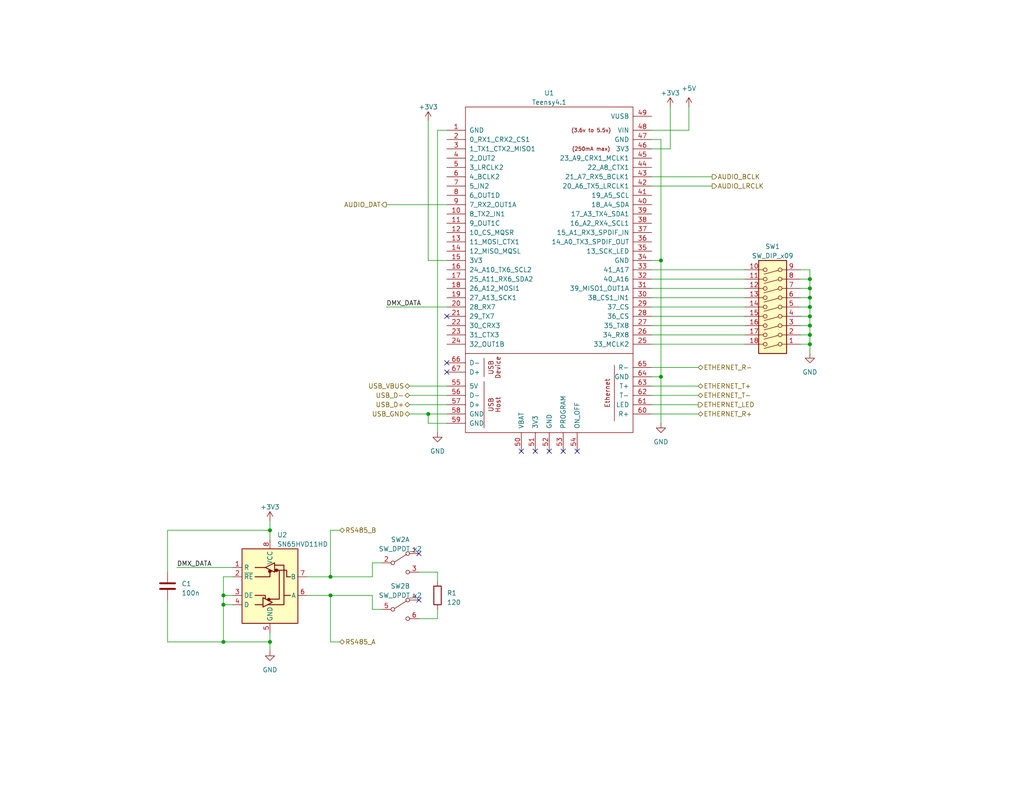
<source format=kicad_sch>
(kicad_sch (version 20230121) (generator eeschema)

  (uuid ad265b5c-3803-417f-b3a6-a0a977913311)

  (paper "USLetter")

  (lib_symbols
    (symbol "Device:C" (pin_numbers hide) (pin_names (offset 0.254)) (in_bom yes) (on_board yes)
      (property "Reference" "C" (at 0.635 2.54 0)
        (effects (font (size 1.27 1.27)) (justify left))
      )
      (property "Value" "C" (at 0.635 -2.54 0)
        (effects (font (size 1.27 1.27)) (justify left))
      )
      (property "Footprint" "" (at 0.9652 -3.81 0)
        (effects (font (size 1.27 1.27)) hide)
      )
      (property "Datasheet" "~" (at 0 0 0)
        (effects (font (size 1.27 1.27)) hide)
      )
      (property "ki_keywords" "cap capacitor" (at 0 0 0)
        (effects (font (size 1.27 1.27)) hide)
      )
      (property "ki_description" "Unpolarized capacitor" (at 0 0 0)
        (effects (font (size 1.27 1.27)) hide)
      )
      (property "ki_fp_filters" "C_*" (at 0 0 0)
        (effects (font (size 1.27 1.27)) hide)
      )
      (symbol "C_0_1"
        (polyline
          (pts
            (xy -2.032 -0.762)
            (xy 2.032 -0.762)
          )
          (stroke (width 0.508) (type default))
          (fill (type none))
        )
        (polyline
          (pts
            (xy -2.032 0.762)
            (xy 2.032 0.762)
          )
          (stroke (width 0.508) (type default))
          (fill (type none))
        )
      )
      (symbol "C_1_1"
        (pin passive line (at 0 3.81 270) (length 2.794)
          (name "~" (effects (font (size 1.27 1.27))))
          (number "1" (effects (font (size 1.27 1.27))))
        )
        (pin passive line (at 0 -3.81 90) (length 2.794)
          (name "~" (effects (font (size 1.27 1.27))))
          (number "2" (effects (font (size 1.27 1.27))))
        )
      )
    )
    (symbol "Device:R" (pin_numbers hide) (pin_names (offset 0)) (in_bom yes) (on_board yes)
      (property "Reference" "R" (at 2.032 0 90)
        (effects (font (size 1.27 1.27)))
      )
      (property "Value" "R" (at 0 0 90)
        (effects (font (size 1.27 1.27)))
      )
      (property "Footprint" "" (at -1.778 0 90)
        (effects (font (size 1.27 1.27)) hide)
      )
      (property "Datasheet" "~" (at 0 0 0)
        (effects (font (size 1.27 1.27)) hide)
      )
      (property "ki_keywords" "R res resistor" (at 0 0 0)
        (effects (font (size 1.27 1.27)) hide)
      )
      (property "ki_description" "Resistor" (at 0 0 0)
        (effects (font (size 1.27 1.27)) hide)
      )
      (property "ki_fp_filters" "R_*" (at 0 0 0)
        (effects (font (size 1.27 1.27)) hide)
      )
      (symbol "R_0_1"
        (rectangle (start -1.016 -2.54) (end 1.016 2.54)
          (stroke (width 0.254) (type default))
          (fill (type none))
        )
      )
      (symbol "R_1_1"
        (pin passive line (at 0 3.81 270) (length 1.27)
          (name "~" (effects (font (size 1.27 1.27))))
          (number "1" (effects (font (size 1.27 1.27))))
        )
        (pin passive line (at 0 -3.81 90) (length 1.27)
          (name "~" (effects (font (size 1.27 1.27))))
          (number "2" (effects (font (size 1.27 1.27))))
        )
      )
    )
    (symbol "Interface_UART:SN65HVD11HD" (in_bom yes) (on_board yes)
      (property "Reference" "U" (at -7.62 12.7 0)
        (effects (font (size 1.27 1.27)))
      )
      (property "Value" "SN65HVD11HD" (at 2.54 12.7 0)
        (effects (font (size 1.27 1.27)) (justify left))
      )
      (property "Footprint" "Package_SO:SOIC-8_3.9x4.9mm_P1.27mm" (at 0 22.86 0)
        (effects (font (size 1.27 1.27)) hide)
      )
      (property "Datasheet" "http://www.ti.com/lit/ds/symlink/sn65hvd11-ht.pdf" (at 0 25.4 0)
        (effects (font (size 1.27 1.27)) hide)
      )
      (property "ki_keywords" "rs485 transceiver" (at 0 0 0)
        (effects (font (size 1.27 1.27)) hide)
      )
      (property "ki_description" "3.3V, RS-485 Transceiver, SOIC-8" (at 0 0 0)
        (effects (font (size 1.27 1.27)) hide)
      )
      (property "ki_fp_filters" "SOIC*3.9x4.9mm*P1.27mm*" (at 0 0 0)
        (effects (font (size 1.27 1.27)) hide)
      )
      (symbol "SN65HVD11HD_0_1"
        (rectangle (start -7.62 10.16) (end 7.62 -10.16)
          (stroke (width 0.254) (type default))
          (fill (type background))
        )
        (circle (center -0.3048 -3.683) (radius 0.3556)
          (stroke (width 0.254) (type default))
          (fill (type outline))
        )
        (circle (center -0.0254 4.0386) (radius 0.3556)
          (stroke (width 0.254) (type default))
          (fill (type outline))
        )
        (polyline
          (pts
            (xy -4.064 -5.08)
            (xy -1.905 -5.08)
          )
          (stroke (width 0.254) (type default))
          (fill (type none))
        )
        (polyline
          (pts
            (xy -4.064 5.08)
            (xy -1.27 5.08)
          )
          (stroke (width 0.254) (type default))
          (fill (type none))
        )
        (polyline
          (pts
            (xy -1.27 -3.2004)
            (xy -1.27 -3.4544)
          )
          (stroke (width 0.254) (type default))
          (fill (type none))
        )
        (polyline
          (pts
            (xy -4.064 -2.54)
            (xy -1.27 -2.54)
            (xy -1.27 -3.175)
          )
          (stroke (width 0.254) (type default))
          (fill (type none))
        )
        (polyline
          (pts
            (xy 0 3.81)
            (xy 0 2.54)
            (xy -4.064 2.54)
          )
          (stroke (width 0.254) (type default))
          (fill (type none))
        )
        (polyline
          (pts
            (xy 1.27 5.715)
            (xy 3.81 5.715)
            (xy 3.81 -2.54)
          )
          (stroke (width 0.254) (type default))
          (fill (type none))
        )
        (polyline
          (pts
            (xy 2.54 4.318)
            (xy 2.54 -3.556)
            (xy -0.254 -3.556)
          )
          (stroke (width 0.254) (type default))
          (fill (type none))
        )
        (polyline
          (pts
            (xy -1.905 -3.175)
            (xy -1.905 -5.715)
            (xy 0.635 -4.445)
            (xy -1.905 -3.175)
          )
          (stroke (width 0.254) (type default))
          (fill (type none))
        )
        (polyline
          (pts
            (xy -1.27 5.08)
            (xy 1.27 6.35)
            (xy 1.27 3.81)
            (xy -1.27 5.08)
          )
          (stroke (width 0.254) (type default))
          (fill (type none))
        )
        (polyline
          (pts
            (xy -0.508 -5.08)
            (xy 3.81 -5.08)
            (xy 3.81 -2.54)
            (xy 5.588 -2.54)
          )
          (stroke (width 0.254) (type default))
          (fill (type none))
        )
        (polyline
          (pts
            (xy 2.032 4.318)
            (xy 4.572 4.318)
            (xy 4.572 2.54)
            (xy 5.588 2.54)
          )
          (stroke (width 0.254) (type default))
          (fill (type none))
        )
        (rectangle (start 1.27 3.175) (end 1.27 3.175)
          (stroke (width 0) (type default))
          (fill (type none))
        )
        (circle (center 1.778 4.318) (radius 0.3556)
          (stroke (width 0.254) (type default))
          (fill (type outline))
        )
      )
      (symbol "SN65HVD11HD_1_1"
        (pin output line (at -10.16 5.08 0) (length 2.54)
          (name "R" (effects (font (size 1.27 1.27))))
          (number "1" (effects (font (size 1.27 1.27))))
        )
        (pin input line (at -10.16 2.54 0) (length 2.54)
          (name "~{RE}" (effects (font (size 1.27 1.27))))
          (number "2" (effects (font (size 1.27 1.27))))
        )
        (pin input line (at -10.16 -2.54 0) (length 2.54)
          (name "DE" (effects (font (size 1.27 1.27))))
          (number "3" (effects (font (size 1.27 1.27))))
        )
        (pin input line (at -10.16 -5.08 0) (length 2.54)
          (name "D" (effects (font (size 1.27 1.27))))
          (number "4" (effects (font (size 1.27 1.27))))
        )
        (pin power_in line (at 0 -12.7 90) (length 2.54)
          (name "GND" (effects (font (size 1.27 1.27))))
          (number "5" (effects (font (size 1.27 1.27))))
        )
        (pin bidirectional line (at 10.16 -2.54 180) (length 2.54)
          (name "A" (effects (font (size 1.27 1.27))))
          (number "6" (effects (font (size 1.27 1.27))))
        )
        (pin bidirectional line (at 10.16 2.54 180) (length 2.54)
          (name "B" (effects (font (size 1.27 1.27))))
          (number "7" (effects (font (size 1.27 1.27))))
        )
        (pin power_in line (at 0 12.7 270) (length 2.54)
          (name "VCC" (effects (font (size 1.27 1.27))))
          (number "8" (effects (font (size 1.27 1.27))))
        )
      )
    )
    (symbol "Switch:SW_DIP_x09" (pin_names (offset 0) hide) (in_bom yes) (on_board yes)
      (property "Reference" "SW" (at 0 13.97 0)
        (effects (font (size 1.27 1.27)))
      )
      (property "Value" "SW_DIP_x09" (at 0 -13.97 0)
        (effects (font (size 1.27 1.27)))
      )
      (property "Footprint" "" (at 0 0 0)
        (effects (font (size 1.27 1.27)) hide)
      )
      (property "Datasheet" "~" (at 0 0 0)
        (effects (font (size 1.27 1.27)) hide)
      )
      (property "ki_keywords" "dip switch" (at 0 0 0)
        (effects (font (size 1.27 1.27)) hide)
      )
      (property "ki_description" "9x DIP Switch, Single Pole Single Throw (SPST) switch, small symbol" (at 0 0 0)
        (effects (font (size 1.27 1.27)) hide)
      )
      (property "ki_fp_filters" "SW?DIP?x9*" (at 0 0 0)
        (effects (font (size 1.27 1.27)) hide)
      )
      (symbol "SW_DIP_x09_0_0"
        (circle (center -2.032 -10.16) (radius 0.508)
          (stroke (width 0) (type default))
          (fill (type none))
        )
        (circle (center -2.032 -7.62) (radius 0.508)
          (stroke (width 0) (type default))
          (fill (type none))
        )
        (circle (center -2.032 -5.08) (radius 0.508)
          (stroke (width 0) (type default))
          (fill (type none))
        )
        (circle (center -2.032 -2.54) (radius 0.508)
          (stroke (width 0) (type default))
          (fill (type none))
        )
        (circle (center -2.032 0) (radius 0.508)
          (stroke (width 0) (type default))
          (fill (type none))
        )
        (circle (center -2.032 2.54) (radius 0.508)
          (stroke (width 0) (type default))
          (fill (type none))
        )
        (circle (center -2.032 5.08) (radius 0.508)
          (stroke (width 0) (type default))
          (fill (type none))
        )
        (circle (center -2.032 7.62) (radius 0.508)
          (stroke (width 0) (type default))
          (fill (type none))
        )
        (circle (center -2.032 10.16) (radius 0.508)
          (stroke (width 0) (type default))
          (fill (type none))
        )
        (polyline
          (pts
            (xy -1.524 -10.0076)
            (xy 2.3622 -8.9662)
          )
          (stroke (width 0) (type default))
          (fill (type none))
        )
        (polyline
          (pts
            (xy -1.524 -7.4676)
            (xy 2.3622 -6.4262)
          )
          (stroke (width 0) (type default))
          (fill (type none))
        )
        (polyline
          (pts
            (xy -1.524 -4.9276)
            (xy 2.3622 -3.8862)
          )
          (stroke (width 0) (type default))
          (fill (type none))
        )
        (polyline
          (pts
            (xy -1.524 -2.3876)
            (xy 2.3622 -1.3462)
          )
          (stroke (width 0) (type default))
          (fill (type none))
        )
        (polyline
          (pts
            (xy -1.524 0.127)
            (xy 2.3622 1.1684)
          )
          (stroke (width 0) (type default))
          (fill (type none))
        )
        (polyline
          (pts
            (xy -1.524 2.667)
            (xy 2.3622 3.7084)
          )
          (stroke (width 0) (type default))
          (fill (type none))
        )
        (polyline
          (pts
            (xy -1.524 5.207)
            (xy 2.3622 6.2484)
          )
          (stroke (width 0) (type default))
          (fill (type none))
        )
        (polyline
          (pts
            (xy -1.524 7.747)
            (xy 2.3622 8.7884)
          )
          (stroke (width 0) (type default))
          (fill (type none))
        )
        (polyline
          (pts
            (xy -1.524 10.287)
            (xy 2.3622 11.3284)
          )
          (stroke (width 0) (type default))
          (fill (type none))
        )
        (circle (center 2.032 -10.16) (radius 0.508)
          (stroke (width 0) (type default))
          (fill (type none))
        )
        (circle (center 2.032 -7.62) (radius 0.508)
          (stroke (width 0) (type default))
          (fill (type none))
        )
        (circle (center 2.032 -5.08) (radius 0.508)
          (stroke (width 0) (type default))
          (fill (type none))
        )
        (circle (center 2.032 -2.54) (radius 0.508)
          (stroke (width 0) (type default))
          (fill (type none))
        )
        (circle (center 2.032 0) (radius 0.508)
          (stroke (width 0) (type default))
          (fill (type none))
        )
        (circle (center 2.032 2.54) (radius 0.508)
          (stroke (width 0) (type default))
          (fill (type none))
        )
        (circle (center 2.032 5.08) (radius 0.508)
          (stroke (width 0) (type default))
          (fill (type none))
        )
        (circle (center 2.032 7.62) (radius 0.508)
          (stroke (width 0) (type default))
          (fill (type none))
        )
        (circle (center 2.032 10.16) (radius 0.508)
          (stroke (width 0) (type default))
          (fill (type none))
        )
      )
      (symbol "SW_DIP_x09_0_1"
        (rectangle (start -3.81 12.7) (end 3.81 -12.7)
          (stroke (width 0.254) (type default))
          (fill (type background))
        )
      )
      (symbol "SW_DIP_x09_1_1"
        (pin passive line (at -7.62 10.16 0) (length 5.08)
          (name "~" (effects (font (size 1.27 1.27))))
          (number "1" (effects (font (size 1.27 1.27))))
        )
        (pin passive line (at 7.62 -10.16 180) (length 5.08)
          (name "~" (effects (font (size 1.27 1.27))))
          (number "10" (effects (font (size 1.27 1.27))))
        )
        (pin passive line (at 7.62 -7.62 180) (length 5.08)
          (name "~" (effects (font (size 1.27 1.27))))
          (number "11" (effects (font (size 1.27 1.27))))
        )
        (pin passive line (at 7.62 -5.08 180) (length 5.08)
          (name "~" (effects (font (size 1.27 1.27))))
          (number "12" (effects (font (size 1.27 1.27))))
        )
        (pin passive line (at 7.62 -2.54 180) (length 5.08)
          (name "~" (effects (font (size 1.27 1.27))))
          (number "13" (effects (font (size 1.27 1.27))))
        )
        (pin passive line (at 7.62 0 180) (length 5.08)
          (name "~" (effects (font (size 1.27 1.27))))
          (number "14" (effects (font (size 1.27 1.27))))
        )
        (pin passive line (at 7.62 2.54 180) (length 5.08)
          (name "~" (effects (font (size 1.27 1.27))))
          (number "15" (effects (font (size 1.27 1.27))))
        )
        (pin passive line (at 7.62 5.08 180) (length 5.08)
          (name "~" (effects (font (size 1.27 1.27))))
          (number "16" (effects (font (size 1.27 1.27))))
        )
        (pin passive line (at 7.62 7.62 180) (length 5.08)
          (name "~" (effects (font (size 1.27 1.27))))
          (number "17" (effects (font (size 1.27 1.27))))
        )
        (pin passive line (at 7.62 10.16 180) (length 5.08)
          (name "~" (effects (font (size 1.27 1.27))))
          (number "18" (effects (font (size 1.27 1.27))))
        )
        (pin passive line (at -7.62 7.62 0) (length 5.08)
          (name "~" (effects (font (size 1.27 1.27))))
          (number "2" (effects (font (size 1.27 1.27))))
        )
        (pin passive line (at -7.62 5.08 0) (length 5.08)
          (name "~" (effects (font (size 1.27 1.27))))
          (number "3" (effects (font (size 1.27 1.27))))
        )
        (pin passive line (at -7.62 2.54 0) (length 5.08)
          (name "~" (effects (font (size 1.27 1.27))))
          (number "4" (effects (font (size 1.27 1.27))))
        )
        (pin passive line (at -7.62 0 0) (length 5.08)
          (name "~" (effects (font (size 1.27 1.27))))
          (number "5" (effects (font (size 1.27 1.27))))
        )
        (pin passive line (at -7.62 -2.54 0) (length 5.08)
          (name "~" (effects (font (size 1.27 1.27))))
          (number "6" (effects (font (size 1.27 1.27))))
        )
        (pin passive line (at -7.62 -5.08 0) (length 5.08)
          (name "~" (effects (font (size 1.27 1.27))))
          (number "7" (effects (font (size 1.27 1.27))))
        )
        (pin passive line (at -7.62 -7.62 0) (length 5.08)
          (name "~" (effects (font (size 1.27 1.27))))
          (number "8" (effects (font (size 1.27 1.27))))
        )
        (pin passive line (at -7.62 -10.16 0) (length 5.08)
          (name "~" (effects (font (size 1.27 1.27))))
          (number "9" (effects (font (size 1.27 1.27))))
        )
      )
    )
    (symbol "Switch:SW_DPDT_x2" (pin_names (offset 0) hide) (in_bom yes) (on_board yes)
      (property "Reference" "SW" (at 0 4.318 0)
        (effects (font (size 1.27 1.27)))
      )
      (property "Value" "SW_DPDT_x2" (at 0 -5.08 0)
        (effects (font (size 1.27 1.27)))
      )
      (property "Footprint" "" (at 0 0 0)
        (effects (font (size 1.27 1.27)) hide)
      )
      (property "Datasheet" "~" (at 0 0 0)
        (effects (font (size 1.27 1.27)) hide)
      )
      (property "ki_keywords" "switch dual-pole double-throw DPDT spdt ON-ON" (at 0 0 0)
        (effects (font (size 1.27 1.27)) hide)
      )
      (property "ki_description" "Switch, dual pole double throw, separate symbols" (at 0 0 0)
        (effects (font (size 1.27 1.27)) hide)
      )
      (property "ki_fp_filters" "SW*DPDT*" (at 0 0 0)
        (effects (font (size 1.27 1.27)) hide)
      )
      (symbol "SW_DPDT_x2_0_0"
        (circle (center -2.032 0) (radius 0.508)
          (stroke (width 0) (type default))
          (fill (type none))
        )
        (circle (center 2.032 -2.54) (radius 0.508)
          (stroke (width 0) (type default))
          (fill (type none))
        )
      )
      (symbol "SW_DPDT_x2_0_1"
        (polyline
          (pts
            (xy -1.524 0.254)
            (xy 1.651 2.286)
          )
          (stroke (width 0) (type default))
          (fill (type none))
        )
        (circle (center 2.032 2.54) (radius 0.508)
          (stroke (width 0) (type default))
          (fill (type none))
        )
      )
      (symbol "SW_DPDT_x2_1_1"
        (pin passive line (at 5.08 2.54 180) (length 2.54)
          (name "A" (effects (font (size 1.27 1.27))))
          (number "1" (effects (font (size 1.27 1.27))))
        )
        (pin passive line (at -5.08 0 0) (length 2.54)
          (name "B" (effects (font (size 1.27 1.27))))
          (number "2" (effects (font (size 1.27 1.27))))
        )
        (pin passive line (at 5.08 -2.54 180) (length 2.54)
          (name "C" (effects (font (size 1.27 1.27))))
          (number "3" (effects (font (size 1.27 1.27))))
        )
      )
      (symbol "SW_DPDT_x2_2_1"
        (pin passive line (at 5.08 2.54 180) (length 2.54)
          (name "A" (effects (font (size 1.27 1.27))))
          (number "4" (effects (font (size 1.27 1.27))))
        )
        (pin passive line (at -5.08 0 0) (length 2.54)
          (name "B" (effects (font (size 1.27 1.27))))
          (number "5" (effects (font (size 1.27 1.27))))
        )
        (pin passive line (at 5.08 -2.54 180) (length 2.54)
          (name "C" (effects (font (size 1.27 1.27))))
          (number "6" (effects (font (size 1.27 1.27))))
        )
      )
    )
    (symbol "power:+3V3" (power) (pin_names (offset 0)) (in_bom yes) (on_board yes)
      (property "Reference" "#PWR" (at 0 -3.81 0)
        (effects (font (size 1.27 1.27)) hide)
      )
      (property "Value" "+3V3" (at 0 3.556 0)
        (effects (font (size 1.27 1.27)))
      )
      (property "Footprint" "" (at 0 0 0)
        (effects (font (size 1.27 1.27)) hide)
      )
      (property "Datasheet" "" (at 0 0 0)
        (effects (font (size 1.27 1.27)) hide)
      )
      (property "ki_keywords" "global power" (at 0 0 0)
        (effects (font (size 1.27 1.27)) hide)
      )
      (property "ki_description" "Power symbol creates a global label with name \"+3V3\"" (at 0 0 0)
        (effects (font (size 1.27 1.27)) hide)
      )
      (symbol "+3V3_0_1"
        (polyline
          (pts
            (xy -0.762 1.27)
            (xy 0 2.54)
          )
          (stroke (width 0) (type default))
          (fill (type none))
        )
        (polyline
          (pts
            (xy 0 0)
            (xy 0 2.54)
          )
          (stroke (width 0) (type default))
          (fill (type none))
        )
        (polyline
          (pts
            (xy 0 2.54)
            (xy 0.762 1.27)
          )
          (stroke (width 0) (type default))
          (fill (type none))
        )
      )
      (symbol "+3V3_1_1"
        (pin power_in line (at 0 0 90) (length 0) hide
          (name "+3V3" (effects (font (size 1.27 1.27))))
          (number "1" (effects (font (size 1.27 1.27))))
        )
      )
    )
    (symbol "power:+5V" (power) (pin_names (offset 0)) (in_bom yes) (on_board yes)
      (property "Reference" "#PWR" (at 0 -3.81 0)
        (effects (font (size 1.27 1.27)) hide)
      )
      (property "Value" "+5V" (at 0 3.556 0)
        (effects (font (size 1.27 1.27)))
      )
      (property "Footprint" "" (at 0 0 0)
        (effects (font (size 1.27 1.27)) hide)
      )
      (property "Datasheet" "" (at 0 0 0)
        (effects (font (size 1.27 1.27)) hide)
      )
      (property "ki_keywords" "global power" (at 0 0 0)
        (effects (font (size 1.27 1.27)) hide)
      )
      (property "ki_description" "Power symbol creates a global label with name \"+5V\"" (at 0 0 0)
        (effects (font (size 1.27 1.27)) hide)
      )
      (symbol "+5V_0_1"
        (polyline
          (pts
            (xy -0.762 1.27)
            (xy 0 2.54)
          )
          (stroke (width 0) (type default))
          (fill (type none))
        )
        (polyline
          (pts
            (xy 0 0)
            (xy 0 2.54)
          )
          (stroke (width 0) (type default))
          (fill (type none))
        )
        (polyline
          (pts
            (xy 0 2.54)
            (xy 0.762 1.27)
          )
          (stroke (width 0) (type default))
          (fill (type none))
        )
      )
      (symbol "+5V_1_1"
        (pin power_in line (at 0 0 90) (length 0) hide
          (name "+5V" (effects (font (size 1.27 1.27))))
          (number "1" (effects (font (size 1.27 1.27))))
        )
      )
    )
    (symbol "power:GND" (power) (pin_names (offset 0)) (in_bom yes) (on_board yes)
      (property "Reference" "#PWR" (at 0 -6.35 0)
        (effects (font (size 1.27 1.27)) hide)
      )
      (property "Value" "GND" (at 0 -3.81 0)
        (effects (font (size 1.27 1.27)))
      )
      (property "Footprint" "" (at 0 0 0)
        (effects (font (size 1.27 1.27)) hide)
      )
      (property "Datasheet" "" (at 0 0 0)
        (effects (font (size 1.27 1.27)) hide)
      )
      (property "ki_keywords" "global power" (at 0 0 0)
        (effects (font (size 1.27 1.27)) hide)
      )
      (property "ki_description" "Power symbol creates a global label with name \"GND\" , ground" (at 0 0 0)
        (effects (font (size 1.27 1.27)) hide)
      )
      (symbol "GND_0_1"
        (polyline
          (pts
            (xy 0 0)
            (xy 0 -1.27)
            (xy 1.27 -1.27)
            (xy 0 -2.54)
            (xy -1.27 -1.27)
            (xy 0 -1.27)
          )
          (stroke (width 0) (type default))
          (fill (type none))
        )
      )
      (symbol "GND_1_1"
        (pin power_in line (at 0 0 270) (length 0) hide
          (name "GND" (effects (font (size 1.27 1.27))))
          (number "1" (effects (font (size 1.27 1.27))))
        )
      )
    )
    (symbol "teensy:Teensy4.1" (pin_names (offset 1.016)) (in_bom yes) (on_board yes)
      (property "Reference" "U" (at 0 64.77 0)
        (effects (font (size 1.27 1.27)))
      )
      (property "Value" "Teensy4.1" (at 0 62.23 0)
        (effects (font (size 1.27 1.27)))
      )
      (property "Footprint" "" (at -10.16 10.16 0)
        (effects (font (size 1.27 1.27)) hide)
      )
      (property "Datasheet" "" (at -10.16 10.16 0)
        (effects (font (size 1.27 1.27)) hide)
      )
      (symbol "Teensy4.1_0_0"
        (polyline
          (pts
            (xy -22.86 -6.35)
            (xy 22.86 -6.35)
          )
          (stroke (width 0) (type solid))
          (fill (type none))
        )
        (polyline
          (pts
            (xy -17.78 -26.67)
            (xy -17.78 -13.97)
          )
          (stroke (width 0) (type solid))
          (fill (type none))
        )
        (polyline
          (pts
            (xy -17.78 -7.62)
            (xy -17.78 -12.7)
          )
          (stroke (width 0) (type solid))
          (fill (type none))
        )
        (polyline
          (pts
            (xy 17.78 -9.525)
            (xy 17.78 -24.765)
          )
          (stroke (width 0) (type solid))
          (fill (type none))
        )
        (text "(250mA max)" (at 11.43 49.53 0)
          (effects (font (size 1.016 1.016)))
        )
        (text "(3.6v to 5.5v)" (at 11.43 54.61 0)
          (effects (font (size 1.016 1.016)))
        )
        (text "Device" (at -13.97 -10.16 900)
          (effects (font (size 1.27 1.27)))
        )
        (text "Ethernet" (at 15.875 -17.145 900)
          (effects (font (size 1.27 1.27)))
        )
        (text "Host" (at -13.97 -20.32 900)
          (effects (font (size 1.27 1.27)))
        )
        (text "USB" (at -15.875 -20.32 900)
          (effects (font (size 1.27 1.27)))
        )
        (text "USB" (at -15.875 -10.16 900)
          (effects (font (size 1.27 1.27)))
        )
        (pin bidirectional line (at -27.94 31.75 0) (length 5.08)
          (name "8_TX2_IN1" (effects (font (size 1.27 1.27))))
          (number "10" (effects (font (size 1.27 1.27))))
        )
        (pin bidirectional line (at -27.94 29.21 0) (length 5.08)
          (name "9_OUT1C" (effects (font (size 1.27 1.27))))
          (number "11" (effects (font (size 1.27 1.27))))
        )
        (pin bidirectional line (at -27.94 26.67 0) (length 5.08)
          (name "10_CS_MQSR" (effects (font (size 1.27 1.27))))
          (number "12" (effects (font (size 1.27 1.27))))
        )
        (pin bidirectional line (at -27.94 24.13 0) (length 5.08)
          (name "11_MOSI_CTX1" (effects (font (size 1.27 1.27))))
          (number "13" (effects (font (size 1.27 1.27))))
        )
        (pin bidirectional line (at -27.94 21.59 0) (length 5.08)
          (name "12_MISO_MQSL" (effects (font (size 1.27 1.27))))
          (number "14" (effects (font (size 1.27 1.27))))
        )
        (pin power_in line (at -27.94 19.05 0) (length 5.08)
          (name "3V3" (effects (font (size 1.27 1.27))))
          (number "15" (effects (font (size 1.27 1.27))))
        )
        (pin bidirectional line (at -27.94 16.51 0) (length 5.08)
          (name "24_A10_TX6_SCL2" (effects (font (size 1.27 1.27))))
          (number "16" (effects (font (size 1.27 1.27))))
        )
        (pin bidirectional line (at -27.94 13.97 0) (length 5.08)
          (name "25_A11_RX6_SDA2" (effects (font (size 1.27 1.27))))
          (number "17" (effects (font (size 1.27 1.27))))
        )
        (pin bidirectional line (at -27.94 11.43 0) (length 5.08)
          (name "26_A12_MOSI1" (effects (font (size 1.27 1.27))))
          (number "18" (effects (font (size 1.27 1.27))))
        )
        (pin bidirectional line (at -27.94 8.89 0) (length 5.08)
          (name "27_A13_SCK1" (effects (font (size 1.27 1.27))))
          (number "19" (effects (font (size 1.27 1.27))))
        )
        (pin bidirectional line (at -27.94 6.35 0) (length 5.08)
          (name "28_RX7" (effects (font (size 1.27 1.27))))
          (number "20" (effects (font (size 1.27 1.27))))
        )
        (pin bidirectional line (at -27.94 3.81 0) (length 5.08)
          (name "29_TX7" (effects (font (size 1.27 1.27))))
          (number "21" (effects (font (size 1.27 1.27))))
        )
        (pin bidirectional line (at -27.94 1.27 0) (length 5.08)
          (name "30_CRX3" (effects (font (size 1.27 1.27))))
          (number "22" (effects (font (size 1.27 1.27))))
        )
        (pin bidirectional line (at -27.94 -1.27 0) (length 5.08)
          (name "31_CTX3" (effects (font (size 1.27 1.27))))
          (number "23" (effects (font (size 1.27 1.27))))
        )
        (pin bidirectional line (at -27.94 -3.81 0) (length 5.08)
          (name "32_OUT1B" (effects (font (size 1.27 1.27))))
          (number "24" (effects (font (size 1.27 1.27))))
        )
        (pin bidirectional line (at 27.94 -3.81 180) (length 5.08)
          (name "33_MCLK2" (effects (font (size 1.27 1.27))))
          (number "25" (effects (font (size 1.27 1.27))))
        )
        (pin bidirectional line (at 27.94 -1.27 180) (length 5.08)
          (name "34_RX8" (effects (font (size 1.27 1.27))))
          (number "26" (effects (font (size 1.27 1.27))))
        )
        (pin bidirectional line (at 27.94 1.27 180) (length 5.08)
          (name "35_TX8" (effects (font (size 1.27 1.27))))
          (number "27" (effects (font (size 1.27 1.27))))
        )
        (pin bidirectional line (at 27.94 3.81 180) (length 5.08)
          (name "36_CS" (effects (font (size 1.27 1.27))))
          (number "28" (effects (font (size 1.27 1.27))))
        )
        (pin bidirectional line (at 27.94 6.35 180) (length 5.08)
          (name "37_CS" (effects (font (size 1.27 1.27))))
          (number "29" (effects (font (size 1.27 1.27))))
        )
        (pin bidirectional line (at 27.94 8.89 180) (length 5.08)
          (name "38_CS1_IN1" (effects (font (size 1.27 1.27))))
          (number "30" (effects (font (size 1.27 1.27))))
        )
        (pin bidirectional line (at 27.94 11.43 180) (length 5.08)
          (name "39_MISO1_OUT1A" (effects (font (size 1.27 1.27))))
          (number "31" (effects (font (size 1.27 1.27))))
        )
        (pin bidirectional line (at 27.94 13.97 180) (length 5.08)
          (name "40_A16" (effects (font (size 1.27 1.27))))
          (number "32" (effects (font (size 1.27 1.27))))
        )
        (pin bidirectional line (at 27.94 16.51 180) (length 5.08)
          (name "41_A17" (effects (font (size 1.27 1.27))))
          (number "33" (effects (font (size 1.27 1.27))))
        )
        (pin bidirectional line (at 27.94 21.59 180) (length 5.08)
          (name "13_SCK_LED" (effects (font (size 1.27 1.27))))
          (number "35" (effects (font (size 1.27 1.27))))
        )
        (pin bidirectional line (at 27.94 24.13 180) (length 5.08)
          (name "14_A0_TX3_SPDIF_OUT" (effects (font (size 1.27 1.27))))
          (number "36" (effects (font (size 1.27 1.27))))
        )
        (pin bidirectional line (at 27.94 26.67 180) (length 5.08)
          (name "15_A1_RX3_SPDIF_IN" (effects (font (size 1.27 1.27))))
          (number "37" (effects (font (size 1.27 1.27))))
        )
        (pin bidirectional line (at 27.94 29.21 180) (length 5.08)
          (name "16_A2_RX4_SCL1" (effects (font (size 1.27 1.27))))
          (number "38" (effects (font (size 1.27 1.27))))
        )
        (pin bidirectional line (at 27.94 31.75 180) (length 5.08)
          (name "17_A3_TX4_SDA1" (effects (font (size 1.27 1.27))))
          (number "39" (effects (font (size 1.27 1.27))))
        )
        (pin bidirectional line (at 27.94 34.29 180) (length 5.08)
          (name "18_A4_SDA" (effects (font (size 1.27 1.27))))
          (number "40" (effects (font (size 1.27 1.27))))
        )
        (pin bidirectional line (at 27.94 36.83 180) (length 5.08)
          (name "19_A5_SCL" (effects (font (size 1.27 1.27))))
          (number "41" (effects (font (size 1.27 1.27))))
        )
        (pin bidirectional line (at 27.94 39.37 180) (length 5.08)
          (name "20_A6_TX5_LRCLK1" (effects (font (size 1.27 1.27))))
          (number "42" (effects (font (size 1.27 1.27))))
        )
        (pin bidirectional line (at 27.94 41.91 180) (length 5.08)
          (name "21_A7_RX5_BCLK1" (effects (font (size 1.27 1.27))))
          (number "43" (effects (font (size 1.27 1.27))))
        )
        (pin bidirectional line (at 27.94 44.45 180) (length 5.08)
          (name "22_A8_CTX1" (effects (font (size 1.27 1.27))))
          (number "44" (effects (font (size 1.27 1.27))))
        )
        (pin bidirectional line (at 27.94 46.99 180) (length 5.08)
          (name "23_A9_CRX1_MCLK1" (effects (font (size 1.27 1.27))))
          (number "45" (effects (font (size 1.27 1.27))))
        )
        (pin output line (at 27.94 49.53 180) (length 5.08)
          (name "3V3" (effects (font (size 1.27 1.27))))
          (number "46" (effects (font (size 1.27 1.27))))
        )
        (pin output line (at 27.94 52.07 180) (length 5.08)
          (name "GND" (effects (font (size 1.27 1.27))))
          (number "47" (effects (font (size 1.27 1.27))))
        )
        (pin power_in line (at 27.94 54.61 180) (length 5.08)
          (name "VIN" (effects (font (size 1.27 1.27))))
          (number "48" (effects (font (size 1.27 1.27))))
        )
        (pin power_out line (at 27.94 58.42 180) (length 5.08)
          (name "VUSB" (effects (font (size 1.27 1.27))))
          (number "49" (effects (font (size 1.27 1.27))))
        )
        (pin bidirectional line (at -27.94 44.45 0) (length 5.08)
          (name "3_LRCLK2" (effects (font (size 1.27 1.27))))
          (number "5" (effects (font (size 1.27 1.27))))
        )
        (pin power_in line (at -7.62 -33.02 90) (length 5.08)
          (name "VBAT" (effects (font (size 1.27 1.27))))
          (number "50" (effects (font (size 1.27 1.27))))
        )
        (pin power_in line (at -3.81 -33.02 90) (length 5.08)
          (name "3V3" (effects (font (size 1.27 1.27))))
          (number "51" (effects (font (size 1.27 1.27))))
        )
        (pin input line (at 0 -33.02 90) (length 5.08)
          (name "GND" (effects (font (size 1.27 1.27))))
          (number "52" (effects (font (size 1.27 1.27))))
        )
        (pin input line (at 3.81 -33.02 90) (length 5.08)
          (name "PROGRAM" (effects (font (size 1.27 1.27))))
          (number "53" (effects (font (size 1.27 1.27))))
        )
        (pin input line (at 7.62 -33.02 90) (length 5.08)
          (name "ON_OFF" (effects (font (size 1.27 1.27))))
          (number "54" (effects (font (size 1.27 1.27))))
        )
        (pin power_out line (at -27.94 -15.24 0) (length 5.08)
          (name "5V" (effects (font (size 1.27 1.27))))
          (number "55" (effects (font (size 1.27 1.27))))
        )
        (pin bidirectional line (at -27.94 -17.78 0) (length 5.08)
          (name "D-" (effects (font (size 1.27 1.27))))
          (number "56" (effects (font (size 1.27 1.27))))
        )
        (pin bidirectional line (at -27.94 -20.32 0) (length 5.08)
          (name "D+" (effects (font (size 1.27 1.27))))
          (number "57" (effects (font (size 1.27 1.27))))
        )
        (pin power_in line (at -27.94 -22.86 0) (length 5.08)
          (name "GND" (effects (font (size 1.27 1.27))))
          (number "58" (effects (font (size 1.27 1.27))))
        )
        (pin power_in line (at -27.94 -25.4 0) (length 5.08)
          (name "GND" (effects (font (size 1.27 1.27))))
          (number "59" (effects (font (size 1.27 1.27))))
        )
        (pin bidirectional line (at -27.94 41.91 0) (length 5.08)
          (name "4_BCLK2" (effects (font (size 1.27 1.27))))
          (number "6" (effects (font (size 1.27 1.27))))
        )
        (pin bidirectional line (at 27.94 -22.86 180) (length 5.08)
          (name "R+" (effects (font (size 1.27 1.27))))
          (number "60" (effects (font (size 1.27 1.27))))
        )
        (pin bidirectional line (at 27.94 -20.32 180) (length 5.08)
          (name "LED" (effects (font (size 1.27 1.27))))
          (number "61" (effects (font (size 1.27 1.27))))
        )
        (pin bidirectional line (at 27.94 -17.78 180) (length 5.08)
          (name "T-" (effects (font (size 1.27 1.27))))
          (number "62" (effects (font (size 1.27 1.27))))
        )
        (pin bidirectional line (at 27.94 -15.24 180) (length 5.08)
          (name "T+" (effects (font (size 1.27 1.27))))
          (number "63" (effects (font (size 1.27 1.27))))
        )
        (pin power_in line (at 27.94 -12.7 180) (length 5.08)
          (name "GND" (effects (font (size 1.27 1.27))))
          (number "64" (effects (font (size 1.27 1.27))))
        )
        (pin bidirectional line (at 27.94 -10.16 180) (length 5.08)
          (name "R-" (effects (font (size 1.27 1.27))))
          (number "65" (effects (font (size 1.27 1.27))))
        )
        (pin bidirectional line (at -27.94 -8.89 0) (length 5.08)
          (name "D-" (effects (font (size 1.27 1.27))))
          (number "66" (effects (font (size 1.27 1.27))))
        )
        (pin bidirectional line (at -27.94 -11.43 0) (length 5.08)
          (name "D+" (effects (font (size 1.27 1.27))))
          (number "67" (effects (font (size 1.27 1.27))))
        )
        (pin bidirectional line (at -27.94 39.37 0) (length 5.08)
          (name "5_IN2" (effects (font (size 1.27 1.27))))
          (number "7" (effects (font (size 1.27 1.27))))
        )
        (pin bidirectional line (at -27.94 36.83 0) (length 5.08)
          (name "6_OUT1D" (effects (font (size 1.27 1.27))))
          (number "8" (effects (font (size 1.27 1.27))))
        )
        (pin bidirectional line (at -27.94 34.29 0) (length 5.08)
          (name "7_RX2_OUT1A" (effects (font (size 1.27 1.27))))
          (number "9" (effects (font (size 1.27 1.27))))
        )
      )
      (symbol "Teensy4.1_0_1"
        (rectangle (start -22.86 60.96) (end 22.86 -27.94)
          (stroke (width 0) (type solid))
          (fill (type none))
        )
        (rectangle (start -20.32 -1.27) (end -20.32 -1.27)
          (stroke (width 0) (type solid))
          (fill (type none))
        )
      )
      (symbol "Teensy4.1_1_1"
        (pin power_in line (at -27.94 54.61 0) (length 5.08)
          (name "GND" (effects (font (size 1.27 1.27))))
          (number "1" (effects (font (size 1.27 1.27))))
        )
        (pin bidirectional line (at -27.94 52.07 0) (length 5.08)
          (name "0_RX1_CRX2_CS1" (effects (font (size 1.27 1.27))))
          (number "2" (effects (font (size 1.27 1.27))))
        )
        (pin bidirectional line (at -27.94 49.53 0) (length 5.08)
          (name "1_TX1_CTX2_MISO1" (effects (font (size 1.27 1.27))))
          (number "3" (effects (font (size 1.27 1.27))))
        )
        (pin power_in line (at 27.94 19.05 180) (length 5.08)
          (name "GND" (effects (font (size 1.27 1.27))))
          (number "34" (effects (font (size 1.27 1.27))))
        )
        (pin bidirectional line (at -27.94 46.99 0) (length 5.08)
          (name "2_OUT2" (effects (font (size 1.27 1.27))))
          (number "4" (effects (font (size 1.27 1.27))))
        )
      )
    )
  )

  (junction (at 220.98 86.36) (diameter 0) (color 0 0 0 0)
    (uuid 1421f18b-16cb-4442-809d-d8bdc341ff2a)
  )
  (junction (at 220.98 78.74) (diameter 0) (color 0 0 0 0)
    (uuid 238ee54a-66da-4a80-a6ba-cff29cee2616)
  )
  (junction (at 90.17 162.56) (diameter 0) (color 0 0 0 0)
    (uuid 31c92148-a6de-45e7-ab4c-09ca4eef3818)
  )
  (junction (at 60.96 162.56) (diameter 0) (color 0 0 0 0)
    (uuid 597e4ad8-1865-4e3e-88a8-54de74ee6f74)
  )
  (junction (at 220.98 81.28) (diameter 0) (color 0 0 0 0)
    (uuid 6d26926a-db34-4443-ad93-d9a914107ba5)
  )
  (junction (at 60.96 165.1) (diameter 0) (color 0 0 0 0)
    (uuid 713cd571-34e6-46c1-91e5-b17bd570b76d)
  )
  (junction (at 220.98 88.9) (diameter 0) (color 0 0 0 0)
    (uuid 73e69c04-6670-45f0-b940-fe1d21459944)
  )
  (junction (at 180.34 71.12) (diameter 0) (color 0 0 0 0)
    (uuid 74a614d0-e064-4709-b538-1d9eeebc7d23)
  )
  (junction (at 116.84 113.03) (diameter 0) (color 0 0 0 0)
    (uuid a2fd272b-dfcb-473b-baf5-02e93b67217c)
  )
  (junction (at 180.34 102.87) (diameter 0) (color 0 0 0 0)
    (uuid b815921a-2497-4b7e-b298-dd3558b6bc49)
  )
  (junction (at 60.96 175.26) (diameter 0) (color 0 0 0 0)
    (uuid ca9fbb28-b4b9-49af-a73e-36050aa4d5af)
  )
  (junction (at 90.17 157.48) (diameter 0) (color 0 0 0 0)
    (uuid e7cfe171-6c58-498a-bd53-f79c41115cfd)
  )
  (junction (at 220.98 91.44) (diameter 0) (color 0 0 0 0)
    (uuid eb364401-1ec1-4b25-be0f-94e358e4263f)
  )
  (junction (at 220.98 93.98) (diameter 0) (color 0 0 0 0)
    (uuid eda78c60-e4c6-4c3b-b853-68a8b4d5fc7a)
  )
  (junction (at 220.98 83.82) (diameter 0) (color 0 0 0 0)
    (uuid ee8bc6aa-54c8-48dc-9ba7-b91f5af46958)
  )
  (junction (at 73.66 175.26) (diameter 0) (color 0 0 0 0)
    (uuid f447f61f-1c48-4bd6-9427-efb233a47fe0)
  )
  (junction (at 73.66 144.78) (diameter 0) (color 0 0 0 0)
    (uuid f5a3e52d-095b-48e9-823a-0f94c063019f)
  )
  (junction (at 220.98 76.2) (diameter 0) (color 0 0 0 0)
    (uuid f9994bd7-f2be-4a55-b7b7-b824da75a4b5)
  )

  (no_connect (at 149.86 123.19) (uuid 35534568-4e2f-4224-8cc4-ca6f514f12f2))
  (no_connect (at 121.92 101.6) (uuid 376a17ba-c5ae-49d5-8d6c-b6835fb5999b))
  (no_connect (at 114.3 163.83) (uuid 3b3f9a53-fe8e-410a-b1f9-f77e5925c9a2))
  (no_connect (at 157.48 123.19) (uuid 67e7a4b8-24ed-48bf-88e7-feec845aaf01))
  (no_connect (at 142.24 123.19) (uuid 7c3c5b62-4840-456c-9785-41443602bd28))
  (no_connect (at 114.3 151.13) (uuid 951215b8-0cb7-4133-9160-ebb5339b1114))
  (no_connect (at 153.67 123.19) (uuid b5bb9c9f-732d-4759-aa55-1ae2cbfc8c32))
  (no_connect (at 146.05 123.19) (uuid c9aaf76c-03b2-44a9-99eb-412f31fd6a9c))
  (no_connect (at 121.92 99.06) (uuid cc6fcc00-420f-47b2-b0ed-c15820f98c42))
  (no_connect (at 121.92 86.36) (uuid d1a6e11c-936f-45b1-aaa1-45f79e59be52))

  (wire (pts (xy 60.96 162.56) (xy 60.96 157.48))
    (stroke (width 0) (type default))
    (uuid 06338c99-0093-4870-86a1-35f42b979e8a)
  )
  (wire (pts (xy 73.66 144.78) (xy 45.72 144.78))
    (stroke (width 0) (type default))
    (uuid 069673e9-14c3-4d95-9abc-ba3ba03a29f5)
  )
  (wire (pts (xy 177.8 100.33) (xy 190.5 100.33))
    (stroke (width 0) (type default))
    (uuid 0d3d5d8a-b18a-4097-990f-83839ba96d3d)
  )
  (wire (pts (xy 60.96 175.26) (xy 60.96 165.1))
    (stroke (width 0) (type default))
    (uuid 136f5a28-cdd0-49ee-8c72-b51952686c1d)
  )
  (wire (pts (xy 177.8 88.9) (xy 203.2 88.9))
    (stroke (width 0) (type default))
    (uuid 13ed1719-0369-4c7a-a912-af3fb1d1a9a4)
  )
  (wire (pts (xy 180.34 38.1) (xy 180.34 71.12))
    (stroke (width 0) (type default))
    (uuid 151659f5-c984-4451-9cc5-f453e88a7164)
  )
  (wire (pts (xy 101.6 157.48) (xy 101.6 153.67))
    (stroke (width 0) (type default))
    (uuid 18add76b-59de-4f4d-b893-87faedddd771)
  )
  (wire (pts (xy 218.44 78.74) (xy 220.98 78.74))
    (stroke (width 0) (type default))
    (uuid 199e09ca-823f-4c05-a0bc-bff25ea55fc0)
  )
  (wire (pts (xy 177.8 35.56) (xy 187.96 35.56))
    (stroke (width 0) (type default))
    (uuid 1ed51461-bc4b-4f17-a098-b1bcaca07286)
  )
  (wire (pts (xy 177.8 48.26) (xy 194.31 48.26))
    (stroke (width 0) (type default))
    (uuid 22429afd-1777-48af-9275-17ab671676bf)
  )
  (wire (pts (xy 73.66 142.24) (xy 73.66 144.78))
    (stroke (width 0) (type default))
    (uuid 243875e5-0c56-4cf0-be17-a3d0ade5d7de)
  )
  (wire (pts (xy 182.88 40.64) (xy 182.88 29.21))
    (stroke (width 0) (type default))
    (uuid 271d1f22-d621-4ff5-a356-e048eabf8779)
  )
  (wire (pts (xy 177.8 73.66) (xy 203.2 73.66))
    (stroke (width 0) (type default))
    (uuid 283683f5-a1d5-49b1-9894-e5856b62b549)
  )
  (wire (pts (xy 177.8 102.87) (xy 180.34 102.87))
    (stroke (width 0) (type default))
    (uuid 2b9a89b0-4912-4432-8e8a-64927b06cd5e)
  )
  (wire (pts (xy 111.76 107.95) (xy 121.92 107.95))
    (stroke (width 0) (type default))
    (uuid 2c2e1d9f-4e82-412f-83a6-48f815591b85)
  )
  (wire (pts (xy 116.84 71.12) (xy 116.84 33.02))
    (stroke (width 0) (type default))
    (uuid 2ea6be75-0cc6-430d-89bf-e66b811c458d)
  )
  (wire (pts (xy 90.17 144.78) (xy 90.17 157.48))
    (stroke (width 0) (type default))
    (uuid 3089be53-db59-42e7-b0d6-0b7a7e14c766)
  )
  (wire (pts (xy 73.66 172.72) (xy 73.66 175.26))
    (stroke (width 0) (type default))
    (uuid 38de34ba-f861-473c-be9f-57d3eeac0b20)
  )
  (wire (pts (xy 220.98 91.44) (xy 220.98 93.98))
    (stroke (width 0) (type default))
    (uuid 42034b18-60c5-4521-9fc6-808a46ac5f95)
  )
  (wire (pts (xy 101.6 166.37) (xy 104.14 166.37))
    (stroke (width 0) (type default))
    (uuid 42a063e4-c909-4754-8459-f30638219051)
  )
  (wire (pts (xy 119.38 156.21) (xy 119.38 158.75))
    (stroke (width 0) (type default))
    (uuid 43f34c9a-da24-452d-80a5-ac022085ba42)
  )
  (wire (pts (xy 101.6 162.56) (xy 101.6 166.37))
    (stroke (width 0) (type default))
    (uuid 46ed2541-34d8-4d55-965a-46767ff4db14)
  )
  (wire (pts (xy 101.6 153.67) (xy 104.14 153.67))
    (stroke (width 0) (type default))
    (uuid 47f2de01-2490-4249-9f64-1ef8c7491a8c)
  )
  (wire (pts (xy 121.92 35.56) (xy 119.38 35.56))
    (stroke (width 0) (type default))
    (uuid 49421216-d495-4d70-b02c-9d994f2a0219)
  )
  (wire (pts (xy 177.8 50.8) (xy 194.31 50.8))
    (stroke (width 0) (type default))
    (uuid 4a56c8f9-84d6-4ff5-b70c-8797809620bc)
  )
  (wire (pts (xy 218.44 93.98) (xy 220.98 93.98))
    (stroke (width 0) (type default))
    (uuid 4ae94667-a992-4562-9642-bd8a68f57ee2)
  )
  (wire (pts (xy 92.71 144.78) (xy 90.17 144.78))
    (stroke (width 0) (type default))
    (uuid 4de92e2d-ef80-4fc1-a42e-6cf17beda76a)
  )
  (wire (pts (xy 180.34 71.12) (xy 180.34 102.87))
    (stroke (width 0) (type default))
    (uuid 4f461623-d780-45aa-9466-48063ad00e40)
  )
  (wire (pts (xy 90.17 157.48) (xy 101.6 157.48))
    (stroke (width 0) (type default))
    (uuid 4f869ba8-6d7e-4356-b2aa-1f90f7a76baa)
  )
  (wire (pts (xy 220.98 81.28) (xy 220.98 83.82))
    (stroke (width 0) (type default))
    (uuid 50271c10-6c9f-4c01-a31d-98a3aff2cb60)
  )
  (wire (pts (xy 105.41 55.88) (xy 121.92 55.88))
    (stroke (width 0) (type default))
    (uuid 5480b529-9309-4b4a-be9e-8ffa855b60b6)
  )
  (wire (pts (xy 177.8 110.49) (xy 190.5 110.49))
    (stroke (width 0) (type default))
    (uuid 5531b7d0-61e8-4ea4-8c87-f8ef25932b5b)
  )
  (wire (pts (xy 220.98 83.82) (xy 220.98 86.36))
    (stroke (width 0) (type default))
    (uuid 5966c04c-4a60-4013-a998-241357415abc)
  )
  (wire (pts (xy 218.44 86.36) (xy 220.98 86.36))
    (stroke (width 0) (type default))
    (uuid 5dc70493-446d-4ba6-a6f2-8cafd6308c9e)
  )
  (wire (pts (xy 114.3 168.91) (xy 119.38 168.91))
    (stroke (width 0) (type default))
    (uuid 61b60993-8152-429e-ad29-4049b9e1df1a)
  )
  (wire (pts (xy 90.17 162.56) (xy 101.6 162.56))
    (stroke (width 0) (type default))
    (uuid 6254baee-9430-4ea4-8539-0ac800abdb01)
  )
  (wire (pts (xy 177.8 83.82) (xy 203.2 83.82))
    (stroke (width 0) (type default))
    (uuid 6834092c-10bc-4d60-b03b-45e2c003325b)
  )
  (wire (pts (xy 177.8 38.1) (xy 180.34 38.1))
    (stroke (width 0) (type default))
    (uuid 6a21a930-86ca-401f-aea1-2e9327aead94)
  )
  (wire (pts (xy 111.76 110.49) (xy 121.92 110.49))
    (stroke (width 0) (type default))
    (uuid 703cfaf3-0008-48b5-acb3-e1ebfdf7efef)
  )
  (wire (pts (xy 83.82 157.48) (xy 90.17 157.48))
    (stroke (width 0) (type default))
    (uuid 71a545ea-fd63-4d29-ad65-60e296864d44)
  )
  (wire (pts (xy 218.44 73.66) (xy 220.98 73.66))
    (stroke (width 0) (type default))
    (uuid 73bc171d-ef5e-459d-8f9f-514b6bc64d7c)
  )
  (wire (pts (xy 105.41 83.82) (xy 121.92 83.82))
    (stroke (width 0) (type default))
    (uuid 745a3ca6-5d23-4fdd-afca-bf3b5c1d17db)
  )
  (wire (pts (xy 45.72 144.78) (xy 45.72 156.21))
    (stroke (width 0) (type default))
    (uuid 74a137cb-43ed-4188-8222-7231cdbb480b)
  )
  (wire (pts (xy 73.66 175.26) (xy 60.96 175.26))
    (stroke (width 0) (type default))
    (uuid 7538668d-1428-449e-a12e-b1bfbdbba9c5)
  )
  (wire (pts (xy 218.44 81.28) (xy 220.98 81.28))
    (stroke (width 0) (type default))
    (uuid 781f400e-9ab2-4494-9424-b3c4e7eeb4a5)
  )
  (wire (pts (xy 73.66 175.26) (xy 73.66 177.8))
    (stroke (width 0) (type default))
    (uuid 7aad85a0-05d1-489d-806b-16d45125b114)
  )
  (wire (pts (xy 177.8 105.41) (xy 190.5 105.41))
    (stroke (width 0) (type default))
    (uuid 811a7a25-dd17-4549-b9ad-2dcec1905d26)
  )
  (wire (pts (xy 121.92 113.03) (xy 116.84 113.03))
    (stroke (width 0) (type default))
    (uuid 88ab306e-817b-4778-93bf-e7842df0bbc0)
  )
  (wire (pts (xy 60.96 165.1) (xy 60.96 162.56))
    (stroke (width 0) (type default))
    (uuid 8abe1e6f-dcc9-4170-a54d-123eb8a59ed0)
  )
  (wire (pts (xy 177.8 71.12) (xy 180.34 71.12))
    (stroke (width 0) (type default))
    (uuid 8d2e1491-5b0a-499a-9442-da0ca9b4e4bf)
  )
  (wire (pts (xy 111.76 113.03) (xy 116.84 113.03))
    (stroke (width 0) (type default))
    (uuid 8d8b8e4a-b795-403d-98a6-a24249c37bdc)
  )
  (wire (pts (xy 220.98 88.9) (xy 220.98 91.44))
    (stroke (width 0) (type default))
    (uuid 8ef029ef-6ada-4da9-aa54-3eff29ea4733)
  )
  (wire (pts (xy 177.8 113.03) (xy 190.5 113.03))
    (stroke (width 0) (type default))
    (uuid 8f297133-936d-4e44-b0db-52b65e815af1)
  )
  (wire (pts (xy 177.8 107.95) (xy 190.5 107.95))
    (stroke (width 0) (type default))
    (uuid 9142bf05-685f-4cee-8d5a-0328197e32eb)
  )
  (wire (pts (xy 177.8 86.36) (xy 203.2 86.36))
    (stroke (width 0) (type default))
    (uuid 9503c6d3-f1fc-4140-ac35-c7045f6a5f7a)
  )
  (wire (pts (xy 220.98 78.74) (xy 220.98 81.28))
    (stroke (width 0) (type default))
    (uuid 95cf3bd4-9cde-4c3a-9cc4-fa24bf10e1b8)
  )
  (wire (pts (xy 180.34 102.87) (xy 180.34 115.57))
    (stroke (width 0) (type default))
    (uuid 9715b27b-fe4d-43f0-9215-fb0058539a81)
  )
  (wire (pts (xy 60.96 157.48) (xy 63.5 157.48))
    (stroke (width 0) (type default))
    (uuid 9bee790d-9cd0-47a8-97ed-06dafda51609)
  )
  (wire (pts (xy 73.66 144.78) (xy 73.66 147.32))
    (stroke (width 0) (type default))
    (uuid 9d677698-ca7b-462a-91ce-c25f0c21248f)
  )
  (wire (pts (xy 90.17 175.26) (xy 90.17 162.56))
    (stroke (width 0) (type default))
    (uuid 9fd8b800-4ba5-41ee-be01-7b3a3e7ad271)
  )
  (wire (pts (xy 114.3 156.21) (xy 119.38 156.21))
    (stroke (width 0) (type default))
    (uuid a2105bec-72c2-4974-82b1-d4cb01052fd3)
  )
  (wire (pts (xy 177.8 76.2) (xy 203.2 76.2))
    (stroke (width 0) (type default))
    (uuid a40a1f81-0340-4b07-bbac-3a9fb3d8d198)
  )
  (wire (pts (xy 177.8 40.64) (xy 182.88 40.64))
    (stroke (width 0) (type default))
    (uuid a43baaad-c31a-49b9-a330-3357d400840a)
  )
  (wire (pts (xy 119.38 35.56) (xy 119.38 118.11))
    (stroke (width 0) (type default))
    (uuid a45d10e5-449f-4fe4-89f8-9a62e9b2bf14)
  )
  (wire (pts (xy 220.98 93.98) (xy 220.98 96.52))
    (stroke (width 0) (type default))
    (uuid a5be5a04-1fec-4cd3-b495-63d869f4f4c1)
  )
  (wire (pts (xy 218.44 88.9) (xy 220.98 88.9))
    (stroke (width 0) (type default))
    (uuid ace2eeac-ac48-4901-aac7-4c85ef4a9379)
  )
  (wire (pts (xy 60.96 165.1) (xy 63.5 165.1))
    (stroke (width 0) (type default))
    (uuid bb876ee0-cf37-4862-8b82-3b015f482a0d)
  )
  (wire (pts (xy 111.76 105.41) (xy 121.92 105.41))
    (stroke (width 0) (type default))
    (uuid c1831c77-0d27-42dc-acdf-689e47713bbc)
  )
  (wire (pts (xy 220.98 76.2) (xy 220.98 78.74))
    (stroke (width 0) (type default))
    (uuid c27d7d4d-642a-45bc-a56e-237e5df04ffc)
  )
  (wire (pts (xy 119.38 168.91) (xy 119.38 166.37))
    (stroke (width 0) (type default))
    (uuid c6e62fe6-4943-4c7a-be6a-184cf8761e7c)
  )
  (wire (pts (xy 220.98 86.36) (xy 220.98 88.9))
    (stroke (width 0) (type default))
    (uuid c834b0f8-11e2-428b-b4f1-6f62a9f4af62)
  )
  (wire (pts (xy 177.8 91.44) (xy 203.2 91.44))
    (stroke (width 0) (type default))
    (uuid c9024c50-a63c-49ab-a631-d248354ee7e5)
  )
  (wire (pts (xy 177.8 78.74) (xy 203.2 78.74))
    (stroke (width 0) (type default))
    (uuid c9d95462-3fe1-42a4-883d-ad4733dba5f2)
  )
  (wire (pts (xy 83.82 162.56) (xy 90.17 162.56))
    (stroke (width 0) (type default))
    (uuid d6f943ff-59ca-466f-ba7a-371edf8ccf0f)
  )
  (wire (pts (xy 92.71 175.26) (xy 90.17 175.26))
    (stroke (width 0) (type default))
    (uuid dc1d0db3-d94d-4459-a781-eccff9a51b12)
  )
  (wire (pts (xy 218.44 83.82) (xy 220.98 83.82))
    (stroke (width 0) (type default))
    (uuid dc3c9d0d-7148-42a4-9588-dce2b165f5d4)
  )
  (wire (pts (xy 48.26 154.94) (xy 63.5 154.94))
    (stroke (width 0) (type default))
    (uuid df6c9059-af9f-4680-a5b2-5393ce7c86bd)
  )
  (wire (pts (xy 45.72 175.26) (xy 45.72 163.83))
    (stroke (width 0) (type default))
    (uuid e267c00c-340e-44d7-958e-36db334ea676)
  )
  (wire (pts (xy 121.92 71.12) (xy 116.84 71.12))
    (stroke (width 0) (type default))
    (uuid e2dffd2e-5969-48fd-8bd0-de40c58c3ad5)
  )
  (wire (pts (xy 177.8 93.98) (xy 203.2 93.98))
    (stroke (width 0) (type default))
    (uuid e3555243-f004-43ed-b350-d909520ff289)
  )
  (wire (pts (xy 220.98 73.66) (xy 220.98 76.2))
    (stroke (width 0) (type default))
    (uuid e632daf1-76c6-4dfa-9cba-8c4afb33c45a)
  )
  (wire (pts (xy 116.84 113.03) (xy 116.84 115.57))
    (stroke (width 0) (type default))
    (uuid e7f7c8f1-3eca-4bdd-b67e-78063bd08c6c)
  )
  (wire (pts (xy 187.96 35.56) (xy 187.96 29.21))
    (stroke (width 0) (type default))
    (uuid e864dc38-20e5-4817-81d0-d1b52f04f298)
  )
  (wire (pts (xy 116.84 115.57) (xy 121.92 115.57))
    (stroke (width 0) (type default))
    (uuid eb791f1a-aa4e-45ee-bab7-92edf7c79180)
  )
  (wire (pts (xy 60.96 175.26) (xy 45.72 175.26))
    (stroke (width 0) (type default))
    (uuid efc6d3cd-216c-49af-b4fe-171077709555)
  )
  (wire (pts (xy 177.8 81.28) (xy 203.2 81.28))
    (stroke (width 0) (type default))
    (uuid efddf9f4-44b2-4593-b045-60ed59a2d00c)
  )
  (wire (pts (xy 218.44 91.44) (xy 220.98 91.44))
    (stroke (width 0) (type default))
    (uuid f5fd0b3a-5059-4531-85db-258d865c7b8b)
  )
  (wire (pts (xy 218.44 76.2) (xy 220.98 76.2))
    (stroke (width 0) (type default))
    (uuid f96ba258-48a5-4dc7-af86-807722882ccc)
  )
  (wire (pts (xy 60.96 162.56) (xy 63.5 162.56))
    (stroke (width 0) (type default))
    (uuid fe72d31f-4c6a-4404-a56c-7a95b3eafec5)
  )

  (label "DMX_DATA" (at 105.41 83.82 0) (fields_autoplaced)
    (effects (font (size 1.27 1.27)) (justify left bottom))
    (uuid 808ff343-e144-4c74-a592-5609ebaf92c8)
  )
  (label "DMX_DATA" (at 48.26 154.94 0) (fields_autoplaced)
    (effects (font (size 1.27 1.27)) (justify left bottom))
    (uuid c70a25f2-fa3d-4ec1-94a2-dfc8e88c6a4c)
  )

  (hierarchical_label "USB_D+" (shape bidirectional) (at 111.76 110.49 180) (fields_autoplaced)
    (effects (font (size 1.27 1.27)) (justify right))
    (uuid 10c450eb-c901-43c6-abed-cac6bace1fd0)
  )
  (hierarchical_label "RS485_A" (shape bidirectional) (at 92.71 175.26 0) (fields_autoplaced)
    (effects (font (size 1.27 1.27)) (justify left))
    (uuid 191ea03c-133d-4489-807a-db68d0a2518d)
  )
  (hierarchical_label "AUDIO_DAT" (shape output) (at 105.41 55.88 180) (fields_autoplaced)
    (effects (font (size 1.27 1.27)) (justify right))
    (uuid 1ad3026f-d149-469e-9e6c-d7d84ca8181c)
  )
  (hierarchical_label "ETHERNET_T-" (shape bidirectional) (at 190.5 107.95 0) (fields_autoplaced)
    (effects (font (size 1.27 1.27)) (justify left))
    (uuid 24bc2c02-cf01-4187-8113-a835e1832843)
  )
  (hierarchical_label "ETHERNET_R-" (shape bidirectional) (at 190.5 100.33 0) (fields_autoplaced)
    (effects (font (size 1.27 1.27)) (justify left))
    (uuid 38efa365-c2d8-4afb-a9de-a4203cd69844)
  )
  (hierarchical_label "USB_D-" (shape bidirectional) (at 111.76 107.95 180) (fields_autoplaced)
    (effects (font (size 1.27 1.27)) (justify right))
    (uuid 469b9c5c-7c12-46d2-a4f5-5a63dc40f778)
  )
  (hierarchical_label "RS485_B" (shape bidirectional) (at 92.71 144.78 0) (fields_autoplaced)
    (effects (font (size 1.27 1.27)) (justify left))
    (uuid 61f0a80e-36f6-43b5-9717-f8603e438e20)
  )
  (hierarchical_label "ETHERNET_LED" (shape output) (at 190.5 110.49 0) (fields_autoplaced)
    (effects (font (size 1.27 1.27)) (justify left))
    (uuid 62aa44ea-35a8-42fd-a21a-4ec16ba6f888)
  )
  (hierarchical_label "ETHERNET_R+" (shape bidirectional) (at 190.5 113.03 0) (fields_autoplaced)
    (effects (font (size 1.27 1.27)) (justify left))
    (uuid 6b7dacbc-d637-4d0b-9989-100bbe71aa84)
  )
  (hierarchical_label "USB_VBUS" (shape bidirectional) (at 111.76 105.41 180) (fields_autoplaced)
    (effects (font (size 1.27 1.27)) (justify right))
    (uuid 75e6a29d-c2aa-461f-87ca-c942890e1b7f)
  )
  (hierarchical_label "AUDIO_LRCLK" (shape output) (at 194.31 50.8 0) (fields_autoplaced)
    (effects (font (size 1.27 1.27)) (justify left))
    (uuid 8b98e3fb-d9ff-4a32-8390-c3c0e8839909)
  )
  (hierarchical_label "AUDIO_BCLK" (shape output) (at 194.31 48.26 0) (fields_autoplaced)
    (effects (font (size 1.27 1.27)) (justify left))
    (uuid b496a035-e1a3-4419-a96e-ef1f54ce450e)
  )
  (hierarchical_label "USB_GND" (shape bidirectional) (at 111.76 113.03 180) (fields_autoplaced)
    (effects (font (size 1.27 1.27)) (justify right))
    (uuid c799647d-b9f2-4c77-87d7-fc32f53d36c6)
  )
  (hierarchical_label "ETHERNET_T+" (shape bidirectional) (at 190.5 105.41 0) (fields_autoplaced)
    (effects (font (size 1.27 1.27)) (justify left))
    (uuid ff1f5b6c-6100-4d1e-9454-0ca417eeb4e0)
  )

  (symbol (lib_id "Device:C") (at 45.72 160.02 0) (unit 1)
    (in_bom yes) (on_board yes) (dnp no) (fields_autoplaced)
    (uuid 0c1caea0-1eed-48e9-95a8-6909c72da390)
    (property "Reference" "C1" (at 49.53 159.385 0)
      (effects (font (size 1.27 1.27)) (justify left))
    )
    (property "Value" "100n" (at 49.53 161.925 0)
      (effects (font (size 1.27 1.27)) (justify left))
    )
    (property "Footprint" "Capacitor_SMD:C_0603_1608Metric_Pad1.08x0.95mm_HandSolder" (at 46.6852 163.83 0)
      (effects (font (size 1.27 1.27)) hide)
    )
    (property "Datasheet" "~" (at 45.72 160.02 0)
      (effects (font (size 1.27 1.27)) hide)
    )
    (pin "1" (uuid 3720bc1c-655b-41b8-879c-40b6ad7acdb9))
    (pin "2" (uuid 1bc1624d-ff98-4a8c-a957-124bf4feab0f))
    (instances
      (project "dmxaudio"
        (path "/6915e082-49b6-4d34-b3cd-1082ec18860d"
          (reference "C1") (unit 1)
        )
        (path "/6915e082-49b6-4d34-b3cd-1082ec18860d/da5620d5-8726-441a-85f6-43f0a983f61b"
          (reference "C1") (unit 1)
        )
      )
    )
  )

  (symbol (lib_id "power:+3V3") (at 116.84 33.02 0) (unit 1)
    (in_bom yes) (on_board yes) (dnp no) (fields_autoplaced)
    (uuid 0cedba8f-a994-4f17-a4d5-6226728fd95a)
    (property "Reference" "#PWR04" (at 116.84 36.83 0)
      (effects (font (size 1.27 1.27)) hide)
    )
    (property "Value" "+3V3" (at 116.84 29.21 0)
      (effects (font (size 1.27 1.27)))
    )
    (property "Footprint" "" (at 116.84 33.02 0)
      (effects (font (size 1.27 1.27)) hide)
    )
    (property "Datasheet" "" (at 116.84 33.02 0)
      (effects (font (size 1.27 1.27)) hide)
    )
    (pin "1" (uuid c399d305-9cdf-48b5-bd99-3aa78f007ae1))
    (instances
      (project "dmxaudio"
        (path "/6915e082-49b6-4d34-b3cd-1082ec18860d"
          (reference "#PWR04") (unit 1)
        )
        (path "/6915e082-49b6-4d34-b3cd-1082ec18860d/da5620d5-8726-441a-85f6-43f0a983f61b"
          (reference "#PWR03") (unit 1)
        )
      )
    )
  )

  (symbol (lib_id "power:GND") (at 73.66 177.8 0) (unit 1)
    (in_bom yes) (on_board yes) (dnp no) (fields_autoplaced)
    (uuid 18bdeeab-cc4d-48a5-8a74-0850b33f5de2)
    (property "Reference" "#PWR06" (at 73.66 184.15 0)
      (effects (font (size 1.27 1.27)) hide)
    )
    (property "Value" "GND" (at 73.66 182.88 0)
      (effects (font (size 1.27 1.27)))
    )
    (property "Footprint" "" (at 73.66 177.8 0)
      (effects (font (size 1.27 1.27)) hide)
    )
    (property "Datasheet" "" (at 73.66 177.8 0)
      (effects (font (size 1.27 1.27)) hide)
    )
    (pin "1" (uuid fcc1cdd2-57c9-4c67-a521-13908564e98d))
    (instances
      (project "dmxaudio"
        (path "/6915e082-49b6-4d34-b3cd-1082ec18860d"
          (reference "#PWR06") (unit 1)
        )
        (path "/6915e082-49b6-4d34-b3cd-1082ec18860d/da5620d5-8726-441a-85f6-43f0a983f61b"
          (reference "#PWR02") (unit 1)
        )
      )
    )
  )

  (symbol (lib_id "power:+5V") (at 187.96 29.21 0) (unit 1)
    (in_bom yes) (on_board yes) (dnp no) (fields_autoplaced)
    (uuid 23d035f3-91bc-479d-8e0e-9761a3e84b64)
    (property "Reference" "#PWR013" (at 187.96 33.02 0)
      (effects (font (size 1.27 1.27)) hide)
    )
    (property "Value" "+5V" (at 187.96 24.13 0)
      (effects (font (size 1.27 1.27)))
    )
    (property "Footprint" "" (at 187.96 29.21 0)
      (effects (font (size 1.27 1.27)) hide)
    )
    (property "Datasheet" "" (at 187.96 29.21 0)
      (effects (font (size 1.27 1.27)) hide)
    )
    (pin "1" (uuid 4e9f5c2d-f2e0-4bbd-a462-60e89e461c42))
    (instances
      (project "dmxaudio"
        (path "/6915e082-49b6-4d34-b3cd-1082ec18860d/da5620d5-8726-441a-85f6-43f0a983f61b"
          (reference "#PWR013") (unit 1)
        )
      )
    )
  )

  (symbol (lib_id "power:GND") (at 180.34 115.57 0) (unit 1)
    (in_bom yes) (on_board yes) (dnp no) (fields_autoplaced)
    (uuid 2e7f2a20-56f7-4ddb-bcca-fe9087ba1cff)
    (property "Reference" "#PWR02" (at 180.34 121.92 0)
      (effects (font (size 1.27 1.27)) hide)
    )
    (property "Value" "GND" (at 180.34 120.65 0)
      (effects (font (size 1.27 1.27)))
    )
    (property "Footprint" "" (at 180.34 115.57 0)
      (effects (font (size 1.27 1.27)) hide)
    )
    (property "Datasheet" "" (at 180.34 115.57 0)
      (effects (font (size 1.27 1.27)) hide)
    )
    (pin "1" (uuid 9b2633c2-9439-4d98-901f-9cdd724a8962))
    (instances
      (project "dmxaudio"
        (path "/6915e082-49b6-4d34-b3cd-1082ec18860d"
          (reference "#PWR02") (unit 1)
        )
        (path "/6915e082-49b6-4d34-b3cd-1082ec18860d/da5620d5-8726-441a-85f6-43f0a983f61b"
          (reference "#PWR07") (unit 1)
        )
      )
    )
  )

  (symbol (lib_id "Switch:SW_DIP_x09") (at 210.82 83.82 180) (unit 1)
    (in_bom yes) (on_board yes) (dnp no) (fields_autoplaced)
    (uuid 53944e29-b5a3-4116-975c-fde0e6e3fab5)
    (property "Reference" "SW1" (at 210.82 67.31 0)
      (effects (font (size 1.27 1.27)))
    )
    (property "Value" "SW_DIP_x09" (at 210.82 69.85 0)
      (effects (font (size 1.27 1.27)))
    )
    (property "Footprint" "Button_Switch_THT:SW_DIP_SPSTx09_Slide_9.78x25.04mm_W7.62mm_P2.54mm" (at 210.82 83.82 0)
      (effects (font (size 1.27 1.27)) hide)
    )
    (property "Datasheet" "~" (at 210.82 83.82 0)
      (effects (font (size 1.27 1.27)) hide)
    )
    (pin "1" (uuid 374e3461-7fb3-4367-8b79-ef9fd900ecdc))
    (pin "10" (uuid 627ce36b-5c6e-46e3-b465-4b38d370aa30))
    (pin "11" (uuid f4606934-3bfe-47a1-accf-bb418ab655c1))
    (pin "12" (uuid 30df64b0-c837-484b-85e6-e603f06fd285))
    (pin "13" (uuid 6e2583aa-2549-4364-96d2-89ad15f456e8))
    (pin "14" (uuid 08a39ee1-33dd-41a4-a0c6-269189608eff))
    (pin "15" (uuid 46eb5962-d7d3-4d66-bd7c-7978fdf386fa))
    (pin "16" (uuid 6ec09bcc-2462-4fde-aa10-b614c1f1b16e))
    (pin "17" (uuid f6b4dffe-bcde-4aff-82a5-6b9d30d5a136))
    (pin "18" (uuid 5788fdee-0efd-4bb0-a3cf-2f8bb40f72db))
    (pin "2" (uuid b8b75d7e-be4e-4c86-a97c-4a3415366fbb))
    (pin "3" (uuid 0389da5c-9155-4633-aa98-984a1852abd1))
    (pin "4" (uuid dddd5887-d8e8-48a4-b262-1ddd89b568a3))
    (pin "5" (uuid f96584f5-3782-4e52-8565-f52694fb1c15))
    (pin "6" (uuid 3f68ff91-e649-4c2a-bafd-2356e8adf6ed))
    (pin "7" (uuid 54d8b054-441f-4944-a5bc-22be98ace589))
    (pin "8" (uuid 99e81a48-e86d-4955-8ae7-e480f9fcf716))
    (pin "9" (uuid 6089769b-21a0-42ae-ab86-bf9722d669b8))
    (instances
      (project "dmxaudio"
        (path "/6915e082-49b6-4d34-b3cd-1082ec18860d"
          (reference "SW1") (unit 1)
        )
        (path "/6915e082-49b6-4d34-b3cd-1082ec18860d/da5620d5-8726-441a-85f6-43f0a983f61b"
          (reference "SW2") (unit 1)
        )
      )
    )
  )

  (symbol (lib_id "Device:R") (at 119.38 162.56 0) (unit 1)
    (in_bom yes) (on_board yes) (dnp no) (fields_autoplaced)
    (uuid 598917b2-6354-4cb3-b05d-8e8e0641a39d)
    (property "Reference" "R1" (at 121.92 161.925 0)
      (effects (font (size 1.27 1.27)) (justify left))
    )
    (property "Value" "120" (at 121.92 164.465 0)
      (effects (font (size 1.27 1.27)) (justify left))
    )
    (property "Footprint" "Resistor_SMD:R_0603_1608Metric_Pad0.98x0.95mm_HandSolder" (at 117.602 162.56 90)
      (effects (font (size 1.27 1.27)) hide)
    )
    (property "Datasheet" "~" (at 119.38 162.56 0)
      (effects (font (size 1.27 1.27)) hide)
    )
    (pin "1" (uuid eac765c9-9287-4980-90cc-8fe03a27911f))
    (pin "2" (uuid 717e0328-1a8c-4c85-b739-bf1ae531474f))
    (instances
      (project "dmxaudio"
        (path "/6915e082-49b6-4d34-b3cd-1082ec18860d"
          (reference "R1") (unit 1)
        )
        (path "/6915e082-49b6-4d34-b3cd-1082ec18860d/da5620d5-8726-441a-85f6-43f0a983f61b"
          (reference "R1") (unit 1)
        )
      )
    )
  )

  (symbol (lib_id "power:+3V3") (at 73.66 142.24 0) (unit 1)
    (in_bom yes) (on_board yes) (dnp no) (fields_autoplaced)
    (uuid 5def5310-7467-420b-843c-31a3d229a242)
    (property "Reference" "#PWR07" (at 73.66 146.05 0)
      (effects (font (size 1.27 1.27)) hide)
    )
    (property "Value" "+3V3" (at 73.66 138.43 0)
      (effects (font (size 1.27 1.27)))
    )
    (property "Footprint" "" (at 73.66 142.24 0)
      (effects (font (size 1.27 1.27)) hide)
    )
    (property "Datasheet" "" (at 73.66 142.24 0)
      (effects (font (size 1.27 1.27)) hide)
    )
    (pin "1" (uuid 73d5b4b6-379c-451e-a9ff-a924fc81bddb))
    (instances
      (project "dmxaudio"
        (path "/6915e082-49b6-4d34-b3cd-1082ec18860d"
          (reference "#PWR07") (unit 1)
        )
        (path "/6915e082-49b6-4d34-b3cd-1082ec18860d/da5620d5-8726-441a-85f6-43f0a983f61b"
          (reference "#PWR01") (unit 1)
        )
      )
    )
  )

  (symbol (lib_id "Switch:SW_DPDT_x2") (at 109.22 153.67 0) (unit 1)
    (in_bom yes) (on_board yes) (dnp no) (fields_autoplaced)
    (uuid 6a8e427b-2ec2-424d-8436-1fcc620669d4)
    (property "Reference" "SW2" (at 109.22 147.32 0)
      (effects (font (size 1.27 1.27)))
    )
    (property "Value" "SW_DPDT_x2" (at 109.22 149.86 0)
      (effects (font (size 1.27 1.27)))
    )
    (property "Footprint" "Button_Switch_THT:SW_CuK_JS202011CQN_DPDT_Straight" (at 109.22 153.67 0)
      (effects (font (size 1.27 1.27)) hide)
    )
    (property "Datasheet" "~" (at 109.22 153.67 0)
      (effects (font (size 1.27 1.27)) hide)
    )
    (pin "1" (uuid 67ea5c20-4d3b-4451-a579-dd5415c37868))
    (pin "2" (uuid e5192893-98b0-4595-96b2-fe4845d99e38))
    (pin "3" (uuid 67ee6a26-5497-4ea1-a6cd-738d3481964e))
    (pin "4" (uuid 2cee421c-aa55-41c8-9488-07e081054cd6))
    (pin "5" (uuid 22b368fc-99b3-4470-be2d-a5c0659b6047))
    (pin "6" (uuid b9ace0a5-c6d8-439e-bc14-402bb9113aaf))
    (instances
      (project "dmxaudio"
        (path "/6915e082-49b6-4d34-b3cd-1082ec18860d"
          (reference "SW2") (unit 1)
        )
        (path "/6915e082-49b6-4d34-b3cd-1082ec18860d/da5620d5-8726-441a-85f6-43f0a983f61b"
          (reference "SW1") (unit 1)
        )
      )
    )
  )

  (symbol (lib_id "power:GND") (at 220.98 96.52 0) (unit 1)
    (in_bom yes) (on_board yes) (dnp no) (fields_autoplaced)
    (uuid 95c87106-49da-4046-a214-a41f721a3674)
    (property "Reference" "#PWR01" (at 220.98 102.87 0)
      (effects (font (size 1.27 1.27)) hide)
    )
    (property "Value" "GND" (at 220.98 101.6 0)
      (effects (font (size 1.27 1.27)))
    )
    (property "Footprint" "" (at 220.98 96.52 0)
      (effects (font (size 1.27 1.27)) hide)
    )
    (property "Datasheet" "" (at 220.98 96.52 0)
      (effects (font (size 1.27 1.27)) hide)
    )
    (pin "1" (uuid b1d6e57a-e283-4d99-935f-5df28a76ae2b))
    (instances
      (project "dmxaudio"
        (path "/6915e082-49b6-4d34-b3cd-1082ec18860d"
          (reference "#PWR01") (unit 1)
        )
        (path "/6915e082-49b6-4d34-b3cd-1082ec18860d/da5620d5-8726-441a-85f6-43f0a983f61b"
          (reference "#PWR09") (unit 1)
        )
      )
    )
  )

  (symbol (lib_id "Switch:SW_DPDT_x2") (at 109.22 166.37 0) (unit 2)
    (in_bom yes) (on_board yes) (dnp no) (fields_autoplaced)
    (uuid a3bf024e-ca50-4b37-ae4b-2febc6914d3b)
    (property "Reference" "SW2" (at 109.22 160.02 0)
      (effects (font (size 1.27 1.27)))
    )
    (property "Value" "SW_DPDT_x2" (at 109.22 162.56 0)
      (effects (font (size 1.27 1.27)))
    )
    (property "Footprint" "Button_Switch_THT:SW_CuK_JS202011CQN_DPDT_Straight" (at 109.22 166.37 0)
      (effects (font (size 1.27 1.27)) hide)
    )
    (property "Datasheet" "~" (at 109.22 166.37 0)
      (effects (font (size 1.27 1.27)) hide)
    )
    (pin "1" (uuid 90072bb4-a39f-4325-8bfd-7d8458977277))
    (pin "2" (uuid 71924ce2-b995-4309-b8f7-c22ae025b1e5))
    (pin "3" (uuid 769ec66a-dd4b-4da4-b1fa-ac45f45ff9bb))
    (pin "4" (uuid dbcb5ddc-6caa-46bc-adff-1bd41169ce42))
    (pin "5" (uuid bc697396-2fa8-4bae-9d2e-5b39dd685237))
    (pin "6" (uuid 13d3f224-3f0d-416d-bfab-255d537b48fb))
    (instances
      (project "dmxaudio"
        (path "/6915e082-49b6-4d34-b3cd-1082ec18860d"
          (reference "SW2") (unit 2)
        )
        (path "/6915e082-49b6-4d34-b3cd-1082ec18860d/da5620d5-8726-441a-85f6-43f0a983f61b"
          (reference "SW1") (unit 2)
        )
      )
    )
  )

  (symbol (lib_id "teensy:Teensy4.1") (at 149.86 90.17 0) (unit 1)
    (in_bom yes) (on_board yes) (dnp no) (fields_autoplaced)
    (uuid a4e36386-cb21-41b2-b54a-deb84a489d2e)
    (property "Reference" "U1" (at 149.86 25.4 0)
      (effects (font (size 1.27 1.27)))
    )
    (property "Value" "Teensy4.1" (at 149.86 27.94 0)
      (effects (font (size 1.27 1.27)))
    )
    (property "Footprint" "teensy:Teensy41" (at 139.7 80.01 0)
      (effects (font (size 1.27 1.27)) hide)
    )
    (property "Datasheet" "" (at 139.7 80.01 0)
      (effects (font (size 1.27 1.27)) hide)
    )
    (pin "10" (uuid ecd50b0a-4fa4-485d-8461-99617f20059f))
    (pin "11" (uuid d48c7c95-68d6-4db7-a1fc-357014c1f450))
    (pin "12" (uuid 427d47c0-0eb8-45a6-8b37-069a53af45ab))
    (pin "13" (uuid 1ab77e63-e6ef-4c59-bc30-f8eb18091cd8))
    (pin "14" (uuid f9fcd4f5-98d1-49bb-959e-607a6589aae5))
    (pin "15" (uuid 5e85d3da-4f54-432e-a2ac-01fafcd9b79f))
    (pin "16" (uuid 65332c12-d36b-4cca-a4e5-a9a948f48444))
    (pin "17" (uuid f1e2e12d-a5d0-43eb-879f-261ed9c24230))
    (pin "18" (uuid 7bfe5bd6-7994-4f1b-a78b-264046f7065f))
    (pin "19" (uuid c1e40b75-4c4c-443e-b78f-74e3d9c84341))
    (pin "20" (uuid 27dd2de3-ced9-4d16-bb82-cd1ec35d8c18))
    (pin "21" (uuid fe2bf479-be28-4175-b2a9-225b1ec05bdf))
    (pin "22" (uuid be5049ed-b3ed-44e4-9b95-62fa8b57ce50))
    (pin "23" (uuid 8f740f42-e1e4-4f1f-acf3-d193bf2b5031))
    (pin "24" (uuid b2549e7b-31b1-48e4-b259-c41394371fa8))
    (pin "25" (uuid c8807c75-db29-4a84-8d7e-d805d8a192bb))
    (pin "26" (uuid 2b7f57cf-4af0-47a9-a6f3-be5ba448c3de))
    (pin "27" (uuid 89a8bb9d-53cf-45ca-8c6f-8fbed71628c3))
    (pin "28" (uuid b5004f81-527d-4a6b-bf7f-6cfcbb37699c))
    (pin "29" (uuid 85faedd5-3089-48f6-ae5a-ccc6006ffbe8))
    (pin "30" (uuid ea370f34-1d02-49de-a28c-28444ec9fcbb))
    (pin "31" (uuid 87b25302-7284-4a2e-adaa-584827ea29a0))
    (pin "32" (uuid 8bb13c7c-1225-4fe0-87f0-88e09f54344d))
    (pin "33" (uuid 9afa4485-136a-4eb2-892c-f4d9ab6229a8))
    (pin "35" (uuid 38f418da-de9e-4a18-b31f-998531ab9bef))
    (pin "36" (uuid f33258e6-b7c8-4609-9e8d-95176f31fca3))
    (pin "37" (uuid a2b0b8bf-cfc5-40e5-a259-a2a5788de2f4))
    (pin "38" (uuid a9ebf149-3e12-410b-bcca-9046798f5d9c))
    (pin "39" (uuid c1631d8a-ab24-4eea-a75f-58ae4008fc4f))
    (pin "40" (uuid da5d3ac0-136a-43c2-a1f9-6135ac97fbdd))
    (pin "41" (uuid 744fd782-6c76-4d02-98fb-8e4f0b6cb4ef))
    (pin "42" (uuid d5758b0a-6f51-49c7-a020-3a113519ce6b))
    (pin "43" (uuid db40431a-3a02-4c39-a020-96ae2d921c8e))
    (pin "44" (uuid 13f5e984-4c7a-401f-a280-a1a19b639e56))
    (pin "45" (uuid c816e893-6f5d-416c-8961-a559d1e7ef3e))
    (pin "46" (uuid faa34ff1-2fcd-4caa-8e6c-2edb4f154161))
    (pin "47" (uuid 8f2df80c-3269-4771-9a98-d3439ae45a9f))
    (pin "48" (uuid 0b5e9f32-4a05-422a-8d11-d64ebc1b6264))
    (pin "49" (uuid a8707b9d-cffd-471f-87d5-fd5cf24da6c2))
    (pin "5" (uuid b8558a7c-dc58-4faa-84a4-d5d66b51e6f0))
    (pin "50" (uuid 3d9fbcd1-1f10-47f9-832a-26a79c456790))
    (pin "51" (uuid 8528e494-dbc8-435f-8226-768529a5a08a))
    (pin "52" (uuid 74b9d978-ff76-43da-8817-7d0d7baca5a7))
    (pin "53" (uuid 59ae4eb1-bcff-4ffa-a959-e98d899255ff))
    (pin "54" (uuid c3154d38-556d-46e5-9922-8a2cdf58c8a6))
    (pin "55" (uuid 877a6943-1d4a-4b69-9b12-927b137d3e00))
    (pin "56" (uuid 1e2f82f1-610b-4649-843c-bce15e27ef5e))
    (pin "57" (uuid 024278ea-4700-446a-b10c-9e42ce587a7c))
    (pin "58" (uuid bc41a3b2-cede-4638-bf64-8c127d705791))
    (pin "59" (uuid 6b0f88cf-2eae-4e8a-b5de-9222e7051217))
    (pin "6" (uuid 846ed328-95d2-4e81-833f-fdd0b600b5c6))
    (pin "60" (uuid f10ac24d-8b6b-4672-a9be-f74fe3042a25))
    (pin "61" (uuid c45b4679-6c21-44d9-b790-f271968f812d))
    (pin "62" (uuid 3f8ea4bb-12e2-47a4-823c-22d53936f269))
    (pin "63" (uuid 0d5a0ed2-f3b0-41bb-9c82-0e5306495376))
    (pin "64" (uuid 6762f327-daa0-49d5-ad14-ba624ab99350))
    (pin "65" (uuid acccf8c2-5f7d-46dd-b58a-48a181d05aeb))
    (pin "66" (uuid ef72229a-a45c-48e8-aa28-a2ea16f7302c))
    (pin "67" (uuid 5e3afdfa-3285-4767-9379-e462893d04c0))
    (pin "7" (uuid 8a6ef743-bed8-48d5-9970-4525654c025b))
    (pin "8" (uuid 71c202d3-5f88-4db5-9f5d-ea4877c5ad9c))
    (pin "9" (uuid b5eb1553-cf34-48b2-91aa-99bee796661c))
    (pin "1" (uuid 02d945a6-c128-4428-bde3-bd6369c52256))
    (pin "2" (uuid e41e2b01-de79-4631-8af9-607c9bd245a4))
    (pin "3" (uuid a435d58f-a35f-43ba-8d3e-d71baaf35ffc))
    (pin "34" (uuid 3a41ef11-0d5a-4b01-bcb8-dfe4062498db))
    (pin "4" (uuid 579e665f-61e9-4d79-84f1-8c74bfceff13))
    (instances
      (project "dmxaudio"
        (path "/6915e082-49b6-4d34-b3cd-1082ec18860d"
          (reference "U1") (unit 1)
        )
        (path "/6915e082-49b6-4d34-b3cd-1082ec18860d/da5620d5-8726-441a-85f6-43f0a983f61b"
          (reference "U2") (unit 1)
        )
      )
    )
  )

  (symbol (lib_id "power:+3V3") (at 182.88 29.21 0) (unit 1)
    (in_bom yes) (on_board yes) (dnp no) (fields_autoplaced)
    (uuid c9388b8e-1895-4132-9f8e-b5b76b83a38f)
    (property "Reference" "#PWR05" (at 182.88 33.02 0)
      (effects (font (size 1.27 1.27)) hide)
    )
    (property "Value" "+3V3" (at 182.88 25.4 0)
      (effects (font (size 1.27 1.27)))
    )
    (property "Footprint" "" (at 182.88 29.21 0)
      (effects (font (size 1.27 1.27)) hide)
    )
    (property "Datasheet" "" (at 182.88 29.21 0)
      (effects (font (size 1.27 1.27)) hide)
    )
    (pin "1" (uuid 106e83e1-3ff7-4916-8a8c-00e65e4df53d))
    (instances
      (project "dmxaudio"
        (path "/6915e082-49b6-4d34-b3cd-1082ec18860d"
          (reference "#PWR05") (unit 1)
        )
        (path "/6915e082-49b6-4d34-b3cd-1082ec18860d/da5620d5-8726-441a-85f6-43f0a983f61b"
          (reference "#PWR08") (unit 1)
        )
      )
    )
  )

  (symbol (lib_id "Interface_UART:SN65HVD11HD") (at 73.66 160.02 0) (unit 1)
    (in_bom yes) (on_board yes) (dnp no) (fields_autoplaced)
    (uuid daeba8a4-a9e0-4c59-aadf-7f8fd9f03e73)
    (property "Reference" "U2" (at 75.6159 146.05 0)
      (effects (font (size 1.27 1.27)) (justify left))
    )
    (property "Value" "SN65HVD11HD" (at 75.6159 148.59 0)
      (effects (font (size 1.27 1.27)) (justify left))
    )
    (property "Footprint" "Package_SO:SOIC-8_3.9x4.9mm_P1.27mm" (at 73.66 137.16 0)
      (effects (font (size 1.27 1.27)) hide)
    )
    (property "Datasheet" "http://www.ti.com/lit/ds/symlink/sn65hvd11-ht.pdf" (at 73.66 134.62 0)
      (effects (font (size 1.27 1.27)) hide)
    )
    (pin "1" (uuid 834c84e5-369a-4922-9e0d-ffe2031ec33f))
    (pin "2" (uuid 49ccf37e-1bc4-413e-ad63-cd3794b2ed32))
    (pin "3" (uuid 2bd794d1-d47d-42e0-83b7-768ed453f9dd))
    (pin "4" (uuid e6891217-2c5f-416a-9378-b97d316c16f4))
    (pin "5" (uuid fddf536d-01fd-4cae-8989-72d1496d0eaf))
    (pin "6" (uuid 1ff3618b-e373-4a8f-810d-5e5797d2120c))
    (pin "7" (uuid e13d11d4-3a88-4bc9-8b9f-57d998481ed0))
    (pin "8" (uuid 856cb443-bf88-4796-b4de-2b9b0ebef3b8))
    (instances
      (project "dmxaudio"
        (path "/6915e082-49b6-4d34-b3cd-1082ec18860d"
          (reference "U2") (unit 1)
        )
        (path "/6915e082-49b6-4d34-b3cd-1082ec18860d/da5620d5-8726-441a-85f6-43f0a983f61b"
          (reference "U1") (unit 1)
        )
      )
    )
  )

  (symbol (lib_id "power:GND") (at 119.38 118.11 0) (unit 1)
    (in_bom yes) (on_board yes) (dnp no) (fields_autoplaced)
    (uuid e4399c6f-7510-4487-b555-de30c5cac015)
    (property "Reference" "#PWR03" (at 119.38 124.46 0)
      (effects (font (size 1.27 1.27)) hide)
    )
    (property "Value" "GND" (at 119.38 123.19 0)
      (effects (font (size 1.27 1.27)))
    )
    (property "Footprint" "" (at 119.38 118.11 0)
      (effects (font (size 1.27 1.27)) hide)
    )
    (property "Datasheet" "" (at 119.38 118.11 0)
      (effects (font (size 1.27 1.27)) hide)
    )
    (pin "1" (uuid bad480fe-1e8e-4504-a85e-c38baae8cf91))
    (instances
      (project "dmxaudio"
        (path "/6915e082-49b6-4d34-b3cd-1082ec18860d"
          (reference "#PWR03") (unit 1)
        )
        (path "/6915e082-49b6-4d34-b3cd-1082ec18860d/da5620d5-8726-441a-85f6-43f0a983f61b"
          (reference "#PWR04") (unit 1)
        )
      )
    )
  )
)

</source>
